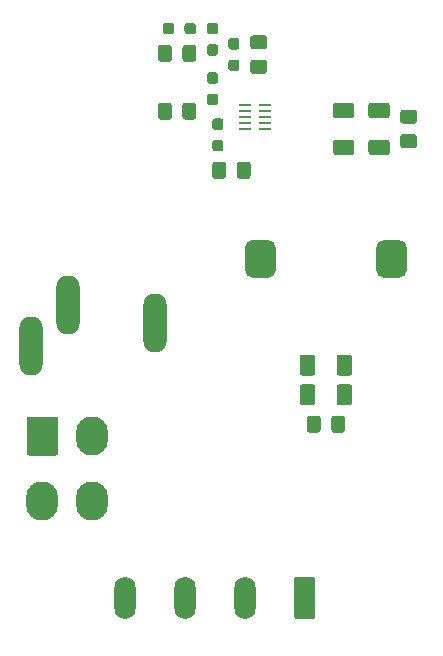
<source format=gbr>
%TF.GenerationSoftware,KiCad,Pcbnew,(5.1.9)-1*%
%TF.CreationDate,2021-07-15T17:24:24+09:00*%
%TF.ProjectId,4710MQ Power Supply,34373130-4d51-4205-906f-776572205375,rev?*%
%TF.SameCoordinates,Original*%
%TF.FileFunction,Soldermask,Top*%
%TF.FilePolarity,Negative*%
%FSLAX46Y46*%
G04 Gerber Fmt 4.6, Leading zero omitted, Abs format (unit mm)*
G04 Created by KiCad (PCBNEW (5.1.9)-1) date 2021-07-15 17:24:24*
%MOMM*%
%LPD*%
G01*
G04 APERTURE LIST*
%ADD10O,2.000000X5.000000*%
%ADD11R,1.061999X0.254800*%
%ADD12O,1.800000X3.600000*%
%ADD13O,2.700000X3.300000*%
G04 APERTURE END LIST*
D10*
%TO.C,J1*%
X130200000Y-104100000D03*
X127000000Y-107600000D03*
X137500000Y-105600000D03*
%TD*%
D11*
%TO.C,U1*%
X146823100Y-87199999D03*
X146823100Y-87700001D03*
X146823100Y-88200000D03*
X146823100Y-88699999D03*
X146823100Y-89200001D03*
X145176900Y-89200001D03*
X145176900Y-88699999D03*
X145176900Y-88200000D03*
X145176900Y-87700001D03*
X145176900Y-87199999D03*
%TD*%
%TO.C,R8*%
G36*
G01*
X143087500Y-89275000D02*
X142612500Y-89275000D01*
G75*
G02*
X142375000Y-89037500I0J237500D01*
G01*
X142375000Y-88537500D01*
G75*
G02*
X142612500Y-88300000I237500J0D01*
G01*
X143087500Y-88300000D01*
G75*
G02*
X143325000Y-88537500I0J-237500D01*
G01*
X143325000Y-89037500D01*
G75*
G02*
X143087500Y-89275000I-237500J0D01*
G01*
G37*
G36*
G01*
X143087500Y-91100000D02*
X142612500Y-91100000D01*
G75*
G02*
X142375000Y-90862500I0J237500D01*
G01*
X142375000Y-90362500D01*
G75*
G02*
X142612500Y-90125000I237500J0D01*
G01*
X143087500Y-90125000D01*
G75*
G02*
X143325000Y-90362500I0J-237500D01*
G01*
X143325000Y-90862500D01*
G75*
G02*
X143087500Y-91100000I-237500J0D01*
G01*
G37*
%TD*%
%TO.C,R4*%
G36*
G01*
X142162500Y-86225000D02*
X142637500Y-86225000D01*
G75*
G02*
X142875000Y-86462500I0J-237500D01*
G01*
X142875000Y-86962500D01*
G75*
G02*
X142637500Y-87200000I-237500J0D01*
G01*
X142162500Y-87200000D01*
G75*
G02*
X141925000Y-86962500I0J237500D01*
G01*
X141925000Y-86462500D01*
G75*
G02*
X142162500Y-86225000I237500J0D01*
G01*
G37*
G36*
G01*
X142162500Y-84400000D02*
X142637500Y-84400000D01*
G75*
G02*
X142875000Y-84637500I0J-237500D01*
G01*
X142875000Y-85137500D01*
G75*
G02*
X142637500Y-85375000I-237500J0D01*
G01*
X142162500Y-85375000D01*
G75*
G02*
X141925000Y-85137500I0J237500D01*
G01*
X141925000Y-84637500D01*
G75*
G02*
X142162500Y-84400000I237500J0D01*
G01*
G37*
%TD*%
%TO.C,R3*%
G36*
G01*
X139175000Y-80462500D02*
X139175000Y-80937500D01*
G75*
G02*
X138937500Y-81175000I-237500J0D01*
G01*
X138437500Y-81175000D01*
G75*
G02*
X138200000Y-80937500I0J237500D01*
G01*
X138200000Y-80462500D01*
G75*
G02*
X138437500Y-80225000I237500J0D01*
G01*
X138937500Y-80225000D01*
G75*
G02*
X139175000Y-80462500I0J-237500D01*
G01*
G37*
G36*
G01*
X141000000Y-80462500D02*
X141000000Y-80937500D01*
G75*
G02*
X140762500Y-81175000I-237500J0D01*
G01*
X140262500Y-81175000D01*
G75*
G02*
X140025000Y-80937500I0J237500D01*
G01*
X140025000Y-80462500D01*
G75*
G02*
X140262500Y-80225000I237500J0D01*
G01*
X140762500Y-80225000D01*
G75*
G02*
X141000000Y-80462500I0J-237500D01*
G01*
G37*
%TD*%
%TO.C,R2*%
G36*
G01*
X144437500Y-82475000D02*
X143962500Y-82475000D01*
G75*
G02*
X143725000Y-82237500I0J237500D01*
G01*
X143725000Y-81737500D01*
G75*
G02*
X143962500Y-81500000I237500J0D01*
G01*
X144437500Y-81500000D01*
G75*
G02*
X144675000Y-81737500I0J-237500D01*
G01*
X144675000Y-82237500D01*
G75*
G02*
X144437500Y-82475000I-237500J0D01*
G01*
G37*
G36*
G01*
X144437500Y-84300000D02*
X143962500Y-84300000D01*
G75*
G02*
X143725000Y-84062500I0J237500D01*
G01*
X143725000Y-83562500D01*
G75*
G02*
X143962500Y-83325000I237500J0D01*
G01*
X144437500Y-83325000D01*
G75*
G02*
X144675000Y-83562500I0J-237500D01*
G01*
X144675000Y-84062500D01*
G75*
G02*
X144437500Y-84300000I-237500J0D01*
G01*
G37*
%TD*%
%TO.C,R1*%
G36*
G01*
X142162500Y-82025000D02*
X142637500Y-82025000D01*
G75*
G02*
X142875000Y-82262500I0J-237500D01*
G01*
X142875000Y-82762500D01*
G75*
G02*
X142637500Y-83000000I-237500J0D01*
G01*
X142162500Y-83000000D01*
G75*
G02*
X141925000Y-82762500I0J237500D01*
G01*
X141925000Y-82262500D01*
G75*
G02*
X142162500Y-82025000I237500J0D01*
G01*
G37*
G36*
G01*
X142162500Y-80200000D02*
X142637500Y-80200000D01*
G75*
G02*
X142875000Y-80437500I0J-237500D01*
G01*
X142875000Y-80937500D01*
G75*
G02*
X142637500Y-81175000I-237500J0D01*
G01*
X142162500Y-81175000D01*
G75*
G02*
X141925000Y-80937500I0J237500D01*
G01*
X141925000Y-80437500D01*
G75*
G02*
X142162500Y-80200000I237500J0D01*
G01*
G37*
%TD*%
%TO.C,L1*%
G36*
G01*
X156250000Y-101150000D02*
X156250000Y-99250000D01*
G75*
G02*
X156900000Y-98600000I650000J0D01*
G01*
X158200000Y-98600000D01*
G75*
G02*
X158850000Y-99250000I0J-650000D01*
G01*
X158850000Y-101150000D01*
G75*
G02*
X158200000Y-101800000I-650000J0D01*
G01*
X156900000Y-101800000D01*
G75*
G02*
X156250000Y-101150000I0J650000D01*
G01*
G37*
G36*
G01*
X145150000Y-101150000D02*
X145150000Y-99250000D01*
G75*
G02*
X145800000Y-98600000I650000J0D01*
G01*
X147100000Y-98600000D01*
G75*
G02*
X147750000Y-99250000I0J-650000D01*
G01*
X147750000Y-101150000D01*
G75*
G02*
X147100000Y-101800000I-650000J0D01*
G01*
X145800000Y-101800000D01*
G75*
G02*
X145150000Y-101150000I0J650000D01*
G01*
G37*
%TD*%
D12*
%TO.C,J3*%
X134960000Y-128900000D03*
X140040000Y-128900000D03*
X145120000Y-128900000D03*
G36*
G01*
X151100000Y-127350000D02*
X151100000Y-130450000D01*
G75*
G02*
X150850000Y-130700000I-250000J0D01*
G01*
X149550000Y-130700000D01*
G75*
G02*
X149300000Y-130450000I0J250000D01*
G01*
X149300000Y-127350000D01*
G75*
G02*
X149550000Y-127100000I250000J0D01*
G01*
X150850000Y-127100000D01*
G75*
G02*
X151100000Y-127350000I0J-250000D01*
G01*
G37*
%TD*%
D13*
%TO.C,J2*%
X132200000Y-120700000D03*
X128000000Y-120700000D03*
X132200000Y-115200000D03*
G36*
G01*
X126650000Y-116599999D02*
X126650000Y-113800001D01*
G75*
G02*
X126900001Y-113550000I250001J0D01*
G01*
X129099999Y-113550000D01*
G75*
G02*
X129350000Y-113800001I0J-250001D01*
G01*
X129350000Y-116599999D01*
G75*
G02*
X129099999Y-116850000I-250001J0D01*
G01*
X126900001Y-116850000D01*
G75*
G02*
X126650000Y-116599999I0J250001D01*
G01*
G37*
%TD*%
%TO.C,C10*%
G36*
G01*
X138950000Y-87225000D02*
X138950000Y-88175000D01*
G75*
G02*
X138700000Y-88425000I-250000J0D01*
G01*
X138025000Y-88425000D01*
G75*
G02*
X137775000Y-88175000I0J250000D01*
G01*
X137775000Y-87225000D01*
G75*
G02*
X138025000Y-86975000I250000J0D01*
G01*
X138700000Y-86975000D01*
G75*
G02*
X138950000Y-87225000I0J-250000D01*
G01*
G37*
G36*
G01*
X141025000Y-87225000D02*
X141025000Y-88175000D01*
G75*
G02*
X140775000Y-88425000I-250000J0D01*
G01*
X140100000Y-88425000D01*
G75*
G02*
X139850000Y-88175000I0J250000D01*
G01*
X139850000Y-87225000D01*
G75*
G02*
X140100000Y-86975000I250000J0D01*
G01*
X140775000Y-86975000D01*
G75*
G02*
X141025000Y-87225000I0J-250000D01*
G01*
G37*
%TD*%
%TO.C,C9*%
G36*
G01*
X146775000Y-82450000D02*
X145825000Y-82450000D01*
G75*
G02*
X145575000Y-82200000I0J250000D01*
G01*
X145575000Y-81525000D01*
G75*
G02*
X145825000Y-81275000I250000J0D01*
G01*
X146775000Y-81275000D01*
G75*
G02*
X147025000Y-81525000I0J-250000D01*
G01*
X147025000Y-82200000D01*
G75*
G02*
X146775000Y-82450000I-250000J0D01*
G01*
G37*
G36*
G01*
X146775000Y-84525000D02*
X145825000Y-84525000D01*
G75*
G02*
X145575000Y-84275000I0J250000D01*
G01*
X145575000Y-83600000D01*
G75*
G02*
X145825000Y-83350000I250000J0D01*
G01*
X146775000Y-83350000D01*
G75*
G02*
X147025000Y-83600000I0J-250000D01*
G01*
X147025000Y-84275000D01*
G75*
G02*
X146775000Y-84525000I-250000J0D01*
G01*
G37*
%TD*%
%TO.C,C8*%
G36*
G01*
X155849999Y-90100000D02*
X157150001Y-90100000D01*
G75*
G02*
X157400000Y-90349999I0J-249999D01*
G01*
X157400000Y-91175001D01*
G75*
G02*
X157150001Y-91425000I-249999J0D01*
G01*
X155849999Y-91425000D01*
G75*
G02*
X155600000Y-91175001I0J249999D01*
G01*
X155600000Y-90349999D01*
G75*
G02*
X155849999Y-90100000I249999J0D01*
G01*
G37*
G36*
G01*
X155849999Y-86975000D02*
X157150001Y-86975000D01*
G75*
G02*
X157400000Y-87224999I0J-249999D01*
G01*
X157400000Y-88050001D01*
G75*
G02*
X157150001Y-88300000I-249999J0D01*
G01*
X155849999Y-88300000D01*
G75*
G02*
X155600000Y-88050001I0J249999D01*
G01*
X155600000Y-87224999D01*
G75*
G02*
X155849999Y-86975000I249999J0D01*
G01*
G37*
%TD*%
%TO.C,C7*%
G36*
G01*
X151100000Y-108549999D02*
X151100000Y-109850001D01*
G75*
G02*
X150850001Y-110100000I-249999J0D01*
G01*
X150024999Y-110100000D01*
G75*
G02*
X149775000Y-109850001I0J249999D01*
G01*
X149775000Y-108549999D01*
G75*
G02*
X150024999Y-108300000I249999J0D01*
G01*
X150850001Y-108300000D01*
G75*
G02*
X151100000Y-108549999I0J-249999D01*
G01*
G37*
G36*
G01*
X154225000Y-108549999D02*
X154225000Y-109850001D01*
G75*
G02*
X153975001Y-110100000I-249999J0D01*
G01*
X153149999Y-110100000D01*
G75*
G02*
X152900000Y-109850001I0J249999D01*
G01*
X152900000Y-108549999D01*
G75*
G02*
X153149999Y-108300000I249999J0D01*
G01*
X153975001Y-108300000D01*
G75*
G02*
X154225000Y-108549999I0J-249999D01*
G01*
G37*
%TD*%
%TO.C,C6*%
G36*
G01*
X139850000Y-83275000D02*
X139850000Y-82325000D01*
G75*
G02*
X140100000Y-82075000I250000J0D01*
G01*
X140775000Y-82075000D01*
G75*
G02*
X141025000Y-82325000I0J-250000D01*
G01*
X141025000Y-83275000D01*
G75*
G02*
X140775000Y-83525000I-250000J0D01*
G01*
X140100000Y-83525000D01*
G75*
G02*
X139850000Y-83275000I0J250000D01*
G01*
G37*
G36*
G01*
X137775000Y-83275000D02*
X137775000Y-82325000D01*
G75*
G02*
X138025000Y-82075000I250000J0D01*
G01*
X138700000Y-82075000D01*
G75*
G02*
X138950000Y-82325000I0J-250000D01*
G01*
X138950000Y-83275000D01*
G75*
G02*
X138700000Y-83525000I-250000J0D01*
G01*
X138025000Y-83525000D01*
G75*
G02*
X137775000Y-83275000I0J250000D01*
G01*
G37*
%TD*%
%TO.C,C5*%
G36*
G01*
X144450000Y-93175000D02*
X144450000Y-92225000D01*
G75*
G02*
X144700000Y-91975000I250000J0D01*
G01*
X145375000Y-91975000D01*
G75*
G02*
X145625000Y-92225000I0J-250000D01*
G01*
X145625000Y-93175000D01*
G75*
G02*
X145375000Y-93425000I-250000J0D01*
G01*
X144700000Y-93425000D01*
G75*
G02*
X144450000Y-93175000I0J250000D01*
G01*
G37*
G36*
G01*
X142375000Y-93175000D02*
X142375000Y-92225000D01*
G75*
G02*
X142625000Y-91975000I250000J0D01*
G01*
X143300000Y-91975000D01*
G75*
G02*
X143550000Y-92225000I0J-250000D01*
G01*
X143550000Y-93175000D01*
G75*
G02*
X143300000Y-93425000I-250000J0D01*
G01*
X142625000Y-93425000D01*
G75*
G02*
X142375000Y-93175000I0J250000D01*
G01*
G37*
%TD*%
%TO.C,C4*%
G36*
G01*
X151550000Y-113725000D02*
X151550000Y-114675000D01*
G75*
G02*
X151300000Y-114925000I-250000J0D01*
G01*
X150625000Y-114925000D01*
G75*
G02*
X150375000Y-114675000I0J250000D01*
G01*
X150375000Y-113725000D01*
G75*
G02*
X150625000Y-113475000I250000J0D01*
G01*
X151300000Y-113475000D01*
G75*
G02*
X151550000Y-113725000I0J-250000D01*
G01*
G37*
G36*
G01*
X153625000Y-113725000D02*
X153625000Y-114675000D01*
G75*
G02*
X153375000Y-114925000I-250000J0D01*
G01*
X152700000Y-114925000D01*
G75*
G02*
X152450000Y-114675000I0J250000D01*
G01*
X152450000Y-113725000D01*
G75*
G02*
X152700000Y-113475000I250000J0D01*
G01*
X153375000Y-113475000D01*
G75*
G02*
X153625000Y-113725000I0J-250000D01*
G01*
G37*
%TD*%
%TO.C,C3*%
G36*
G01*
X151100000Y-111049999D02*
X151100000Y-112350001D01*
G75*
G02*
X150850001Y-112600000I-249999J0D01*
G01*
X150024999Y-112600000D01*
G75*
G02*
X149775000Y-112350001I0J249999D01*
G01*
X149775000Y-111049999D01*
G75*
G02*
X150024999Y-110800000I249999J0D01*
G01*
X150850001Y-110800000D01*
G75*
G02*
X151100000Y-111049999I0J-249999D01*
G01*
G37*
G36*
G01*
X154225000Y-111049999D02*
X154225000Y-112350001D01*
G75*
G02*
X153975001Y-112600000I-249999J0D01*
G01*
X153149999Y-112600000D01*
G75*
G02*
X152900000Y-112350001I0J249999D01*
G01*
X152900000Y-111049999D01*
G75*
G02*
X153149999Y-110800000I249999J0D01*
G01*
X153975001Y-110800000D01*
G75*
G02*
X154225000Y-111049999I0J-249999D01*
G01*
G37*
%TD*%
%TO.C,C2*%
G36*
G01*
X158525000Y-89650000D02*
X159475000Y-89650000D01*
G75*
G02*
X159725000Y-89900000I0J-250000D01*
G01*
X159725000Y-90575000D01*
G75*
G02*
X159475000Y-90825000I-250000J0D01*
G01*
X158525000Y-90825000D01*
G75*
G02*
X158275000Y-90575000I0J250000D01*
G01*
X158275000Y-89900000D01*
G75*
G02*
X158525000Y-89650000I250000J0D01*
G01*
G37*
G36*
G01*
X158525000Y-87575000D02*
X159475000Y-87575000D01*
G75*
G02*
X159725000Y-87825000I0J-250000D01*
G01*
X159725000Y-88500000D01*
G75*
G02*
X159475000Y-88750000I-250000J0D01*
G01*
X158525000Y-88750000D01*
G75*
G02*
X158275000Y-88500000I0J250000D01*
G01*
X158275000Y-87825000D01*
G75*
G02*
X158525000Y-87575000I250000J0D01*
G01*
G37*
%TD*%
%TO.C,C1*%
G36*
G01*
X152849999Y-90100000D02*
X154150001Y-90100000D01*
G75*
G02*
X154400000Y-90349999I0J-249999D01*
G01*
X154400000Y-91175001D01*
G75*
G02*
X154150001Y-91425000I-249999J0D01*
G01*
X152849999Y-91425000D01*
G75*
G02*
X152600000Y-91175001I0J249999D01*
G01*
X152600000Y-90349999D01*
G75*
G02*
X152849999Y-90100000I249999J0D01*
G01*
G37*
G36*
G01*
X152849999Y-86975000D02*
X154150001Y-86975000D01*
G75*
G02*
X154400000Y-87224999I0J-249999D01*
G01*
X154400000Y-88050001D01*
G75*
G02*
X154150001Y-88300000I-249999J0D01*
G01*
X152849999Y-88300000D01*
G75*
G02*
X152600000Y-88050001I0J249999D01*
G01*
X152600000Y-87224999D01*
G75*
G02*
X152849999Y-86975000I249999J0D01*
G01*
G37*
%TD*%
M02*

</source>
